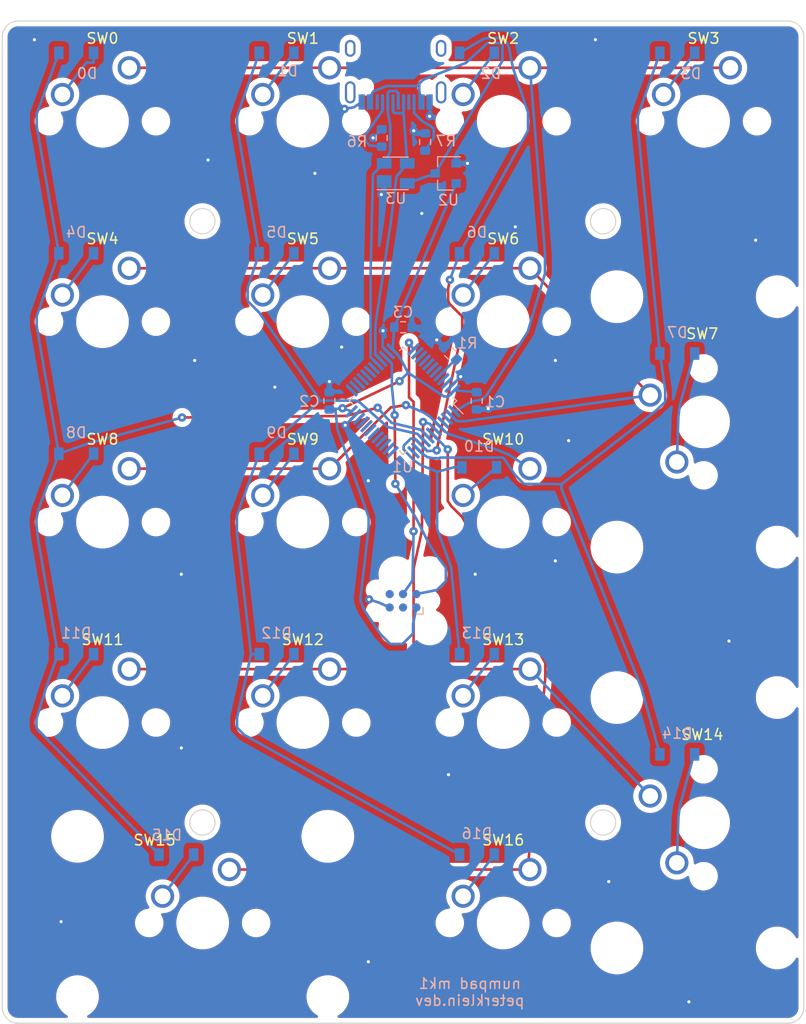
<source format=kicad_pcb>
(kicad_pcb (version 20210126) (generator pcbnew)
  (layers (0 "F.Cu" signal) (31 "B.Cu" signal) (34 "B.Paste" user) (35 "F.Paste" user) (36 "B.SilkS" user "B.Silkscreen") (37 "F.SilkS" user "F.Silkscreen") (38 "B.Mask" user) (39 "F.Mask" user) (44 "Edge.Cuts" user))
  (net 0 "")
  (net 1 "GND")
  (net 2 "io-0")
  (net 3 "io-1")
  (net 4 "io-2")
  (net 5 "io-3")
  (net 6 "io-4")
  (net 7 "io-5")
  (net 8 "io-6")
  (net 9 "io-7")
  (net 10 "io-8")
  (net 11 "io-9")
  (net 12 "io-10")
  (net 13 "io-11")
  (net 14 "io-12")
  (net 15 "io-13")
  (net 16 "io-14")
  (net 17 "io-15")
  (net 18 "io-16")
  (net 19 "io-17")
  (net 20 "switch-diode-0")
  (net 21 "switch-diode-1")
  (net 22 "switch-diode-2")
  (net 23 "switch-diode-3")
  (net 24 "switch-diode-4")
  (net 25 "switch-diode-5")
  (net 26 "switch-diode-6")
  (net 27 "switch-diode-7")
  (net 28 "switch-diode-8")
  (net 29 "switch-diode-9")
  (net 30 "switch-diode-10")
  (net 31 "switch-diode-11")
  (net 32 "switch-diode-12")
  (net 33 "switch-diode-13")
  (net 34 "switch-diode-14")
  (net 35 "switch-diode-15")
  (net 36 "switch-diode-16")
  (net 37 "usb-dp")
  (net 38 "usb-dm")
  (net 39 "usb-vcc")
  (net 40 "usb-cc1")
  (net 41 "usb-cc2")
  (net 42 "vcc")
  (net 43 "boot")
  (net 44 "reset")
  (net 45 "swdio")
  (net 46 "swdclk")
  (footprint "SW_Cherry_MX_PCB" (layer "F.Cu") (at 63.625 63.625)
    (fp_text reference "SW10")
    (fp_text value "SW_Cherry_MX_1.00u_PCB")
  )
  (footprint "SW_Cherry_MX_PCB" (layer "F.Cu") (at 25.525 25.525)
    (fp_text reference "SW0")
    (fp_text value "SW_Cherry_MX_1.00u_PCB")
  )
  (footprint "Stab_Cherry_MX_2.00u_PCB" (layer "F.Cu") (at 35.05 101.725 180)
    (fp_text reference "ST15" hide)
    (fp_text value "SW_Cherry_MX_2.00u_PCB" hide)
  )
  (footprint "SW_Cherry_MX_PCB" (layer "F.Cu") (at 44.575 82.675)
    (fp_text reference "SW12")
    (fp_text value "SW_Cherry_MX_1.00u_PCB")
  )
  (footprint "SW_Cherry_MX_PCB" (layer "F.Cu") (at 44.575 63.625)
    (fp_text reference "SW9")
    (fp_text value "SW_Cherry_MX_1.00u_PCB")
  )
  (footprint "Stab_Cherry_MX_2.00u_PCB" (layer "F.Cu") (at 82.675 92.2 -90)
    (fp_text reference "ST14" hide)
    (fp_text value "SW_Cherry_MX_2.00u_PCB" hide)
  )
  (footprint "SW_Cherry_MX_PCB" (layer "F.Cu") (at 44.575 44.575)
    (fp_text reference "SW5")
    (fp_text value "SW_Cherry_MX_1.00u_PCB")
  )
  (footprint "SW_Cherry_MX_PCB" (layer "F.Cu") (at 25.525 82.675)
    (fp_text reference "SW11")
    (fp_text value "SW_Cherry_MX_1.00u_PCB")
  )
  (footprint "SW_Cherry_MX_PCB" (layer "F.Cu") (at 44.575 25.525)
    (fp_text reference "SW1")
    (fp_text value "SW_Cherry_MX_1.00u_PCB")
  )
  (footprint "SW_Cherry_MX_PCB" (layer "F.Cu") (at 63.625 25.525)
    (fp_text reference "SW2")
    (fp_text value "SW_Cherry_MX_1.00u_PCB")
  )
  (footprint "SW_Cherry_MX_PCB" (layer "F.Cu") (at 63.625 44.575)
    (fp_text reference "SW6")
    (fp_text value "SW_Cherry_MX_1.00u_PCB")
  )
  (footprint "SW_Cherry_MX_PCB" (layer "F.Cu") (at 35.05 101.725)
    (fp_text reference "SW15")
    (fp_text value "SW_Cherry_MX_1.00u_PCB")
  )
  (footprint "SW_Cherry_MX_PCB" (layer "F.Cu") (at 25.525 44.575)
    (fp_text reference "SW4")
    (fp_text value "SW_Cherry_MX_1.00u_PCB")
  )
  (footprint "SW_Cherry_MX_PCB" (layer "F.Cu") (at 63.625 101.725)
    (fp_text reference "SW16")
    (fp_text value "SW_Cherry_MX_1.00u_PCB")
  )
  (footprint "Stab_Cherry_MX_2.00u_PCB" (layer "F.Cu") (at 82.675 54.1 -90)
    (fp_text reference "ST7" hide)
    (fp_text value "SW_Cherry_MX_2.00u_PCB" hide)
  )
  (footprint "SW_Cherry_MX_PCB" (layer "F.Cu") (at 82.675 54.1 90)
    (fp_text reference "SW7")
    (fp_text value "SW_Cherry_MX_1.00u_PCB")
  )
  (footprint "SW_Cherry_MX_PCB" (layer "F.Cu") (at 25.525 63.625)
    (fp_text reference "SW8")
    (fp_text value "SW_Cherry_MX_1.00u_PCB")
  )
  (footprint "SW_Cherry_MX_PCB" (layer "F.Cu") (at 82.675 25.525)
    (fp_text reference "SW3")
    (fp_text value "SW_Cherry_MX_1.00u_PCB")
  )
  (footprint "SW_Cherry_MX_PCB" (layer "F.Cu") (at 63.625 82.675)
    (fp_text reference "SW13")
    (fp_text value "SW_Cherry_MX_1.00u_PCB")
  )
  (footprint "SW_Cherry_MX_PCB" (layer "F.Cu") (at 82.675 92.2 90)
    (fp_text reference "SW14")
    (fp_text value "SW_Cherry_MX_1.00u_PCB")
  )
  (footprint "D_SOD-123" (layer "B.Cu") (at 44.575 63.625 180)
    (fp_text reference "D9")
    (fp_text value "4148")
  )
  (footprint "SOT-23" (layer "B.Cu") (at 58.15 30.48 180)
    (fp_text reference "U2")
    (fp_text value "MCP1700T-3302E/TT" hide)
  )
  (footprint "D_SOD-123" (layer "B.Cu") (at 25.525 63.625 180)
    (fp_text reference "D8")
    (fp_text value "4148")
  )
  (footprint "D_SOD-123" (layer "B.Cu") (at 63.625 101.725 180)
    (fp_text reference "D16")
    (fp_text value "4148")
  )
  (footprint "R_0603_1608Metric" (layer "B.Cu") (at 58.6 47.6 -45)
    (fp_text reference "R1")
    (fp_text value "10 kΩ")
  )
  (footprint "LQFP-48_7x7mm_P0.5mm" (layer "B.Cu") (at 54.1 52.1 135)
    (fp_text reference "U1")
    (fp_text value "STM32F072C8T6")
  )
  (footprint "D_SOD-123" (layer "B.Cu") (at 63.625 25.525 180)
    (fp_text reference "D2")
    (fp_text value "4148")
  )
  (footprint "R_0603_1608Metric" (layer "B.Cu") (at 54.1 45.1 180)
    (fp_text reference "C3")
    (fp_text value "0.1 uF")
  )
  (footprint "D_SOD-123" (layer "B.Cu") (at 44.575 82.675 180)
    (fp_text reference "D12")
    (fp_text value "4148")
  )
  (footprint "D_SOD-123" (layer "B.Cu") (at 25.525 44.575 180)
    (fp_text reference "D4")
    (fp_text value "4148")
  )
  (footprint "HRO-TYPE-C-31-M-12" (layer "B.Cu") (at 53.4 16)
    (fp_text reference "J1" hide)
    (fp_text value "HRO-TYPE-C-31-M-12")
  )
  (footprint "D_SOD-123" (layer "B.Cu") (at 25.525 25.525 180)
    (fp_text reference "D0")
    (fp_text value "4148")
  )
  (footprint "D_SOD-123" (layer "B.Cu") (at 82.675 25.525 180)
    (fp_text reference "D3")
    (fp_text value "4148")
  )
  (footprint "D_SOD-123" (layer "B.Cu") (at 63.625 44.575 180)
    (fp_text reference "D6")
    (fp_text value "4148")
  )
  (footprint "D_SOD-123" (layer "B.Cu") (at 44.575 44.575 180)
    (fp_text reference "D5")
    (fp_text value "4148")
  )
  (footprint "Tag-Connect_TC2030-IDC-FP_2x03_P1.27mm_Vertical" (layer "B.Cu") (at 54.1 71.1 180)
    (fp_text reference "J2" hide)
    (fp_text value "Tag-Connect_TC2030-IDC-FP_2x03_P1.27mm_Vertical" hide)
  )
  (footprint "D_SOD-123" (layer "B.Cu") (at 35.05 101.725 180)
    (fp_text reference "D15")
    (fp_text value "4148")
  )
  (footprint "R_0603_1608Metric" (layer "B.Cu") (at 56.2 27.495 90)
    (fp_text reference "R7")
    (fp_text value "5.1 kΩ")
  )
  (footprint "D_SOD-123" (layer "B.Cu") (at 82.675 92.2 180)
    (fp_text reference "D14")
    (fp_text value "4148")
  )
  (footprint "R_0603_1608Metric" (layer "B.Cu") (at 47.1 52.1 90)
    (fp_text reference "C2")
    (fp_text value "0.1 uF")
  )
  (footprint "D_SOD-123" (layer "B.Cu") (at 44.575 25.525 180)
    (fp_text reference "D1")
    (fp_text value "4148")
  )
  (footprint "D_SOD-123" (layer "B.Cu") (at 25.525 82.675 180)
    (fp_text reference "D11")
    (fp_text value "4148")
  )
  (footprint "D_SOD-123" (layer "B.Cu") (at 63.625 82.675 180)
    (fp_text reference "D13")
    (fp_text value "4148")
  )
  (footprint "R_0603_1608Metric" (layer "B.Cu") (at 61.1 52.1 90)
    (fp_text reference "C1")
    (fp_text value "0.1 uF")
  )
  (footprint "R_0603_1608Metric" (layer "B.Cu") (at 52.07 27.115 90)
    (fp_text reference "R6")
    (fp_text value "5.1 kΩ")
  )
  (footprint "D_SOD-123" (layer "B.Cu") (at 63.84 64.92 180)
    (fp_text reference "D10")
    (fp_text value "4148")
  )
  (footprint "D_SOD-123" (layer "B.Cu") (at 82.675 54.1 180)
    (fp_text reference "D7")
    (fp_text value "4148")
  )
  (footprint "SOT-143" (layer "B.Cu") (at 53.4 30.48)
    (fp_text reference "U3")
    (fp_text value "SR05")
  )
  (gr_line (start 92.099489 16.960157) (end 92.112316 16.994665) (layer "Edge.Cuts") (width 0.1))
  (gr_line (start 16.087683 16.994665) (end 16.10051 16.960157) (layer "Edge.Cuts") (width 0.1))
  (gr_line (start 91.986592 16.728845) (end 92.00513 16.760652) (layer "Edge.Cuts") (width 0.1))
  (gr_line (start 16.128685 16.892138) (end 16.144016 16.858667) (layer "Edge.Cuts") (width 0.1))
  (gr_line (start 91.374416 111.089836) (end 91.341332 111.105983) (layer "Edge.Cuts") (width 0.1))
  (gr_line (start 91.76066 16.439339) (end 91.78637 16.465689) (layer "Edge.Cuts") (width 0.1))
  (gr_line (start 16.036446 17.171348) (end 16.044953 17.135529) (layer "Edge.Cuts") (width 0.1))
  (gr_line (start 16.492661 16.388573) (end 16.52024 16.364186) (layer "Edge.Cuts") (width 0.1))
  (gr_line (start 92.155046 17.135529) (end 92.163553 17.171348) (layer "Edge.Cuts") (width 0.1))
  (gr_line (start 17.064572 16.064589) (end 17.09993 16.054335) (layer "Edge.Cuts") (width 0.1))
  (gr_line (start 16.004064 17.389653) (end 16.007222 17.352974) (layer "Edge.Cuts") (width 0.1))
  (gr_line (start 91.239842 16.10051) (end 91.274025 16.11418) (layer "Edge.Cuts") (width 0.1))
  (gr_line (start 91.622847 16.31748) (end 91.651589 16.340484) (layer "Edge.Cuts") (width 0.1))
  (gr_line (start 16.760652 111.05513) (end 16.728845 111.036592) (layer "Edge.Cuts") (width 0.1))
  (gr_line (start 92.085819 16.925974) (end 92.099489 16.960157) (layer "Edge.Cuts") (width 0.1))
  (gr_line (start 16.666644 110.997204) (end 16.636287 110.976377) (layer "Edge.Cuts") (width 0.1))
  (gr_line (start 16.388573 16.492661) (end 16.413629 16.465689) (layer "Edge.Cuts") (width 0.1))
  (gr_line (start 16.858667 111.105983) (end 16.825583 111.089836) (layer "Edge.Cuts") (width 0.1))
  (gr_line (start 92.188719 109.933616) (end 92.183764 109.970095) (layer "Edge.Cuts") (width 0.1))
  (gr_line (start 91.593548 110.954811) (end 91.563712 110.976377) (layer "Edge.Cuts") (width 0.1))
  (gr_line (start 17.316383 16.01128) (end 17.352974 16.007222) (layer "Edge.Cuts") (width 0.1))
  (gr_line (start 92.198193 109.823601) (end 92.195935 109.860346) (layer "Edge.Cuts") (width 0.1))
  (gr_line (start 91.96728 16.697503) (end 91.986592 16.728845) (layer "Edge.Cuts") (width 0.1))
  (gr_line (start 15.999999 17.5) (end 16.000451 17.463188) (layer "Edge.Cuts") (width 0.1))
  (gr_line (start 91.374416 16.160163) (end 91.407095 16.177118) (layer "Edge.Cuts") (width 0.1))
  (gr_line (start 91.76066 110.81066) (end 91.73431 110.83637) (layer "Edge.Cuts") (width 0.1))
  (gr_circle (center 35.025 92.175) (end 36.225 92.175) (layer "Edge.Cuts") (width 0.1) (fill none))
  (gr_line (start 90.920095 111.233764) (end 90.883616 111.238719) (layer "Edge.Cuts") (width 0.1))
  (gr_line (start 17.135529 16.044953) (end 17.171348 16.036446) (layer "Edge.Cuts") (width 0.1))
  (gr_line (start 91.028651 16.036446) (end 91.06447 16.044953) (layer "Edge.Cuts") (width 0.1))
  (gr_line (start 90.736811 111.249548) (end 90.7 111.25) (layer "Edge.Cuts") (width 0.1))
  (gr_line (start 17.243557 16.022083) (end 17.279904 16.016235) (layer "Edge.Cuts") (width 0.1))
  (gr_line (start 91.96728 110.552496) (end 91.947204 110.583355) (layer "Edge.Cuts") (width 0.1))
  (gr_line (start 16.044953 110.11447) (end 16.036446 110.078651) (layer "Edge.Cuts") (width 0.1))
  (gr_line (start 90.956442 16.022083) (end 90.992635 16.028822) (layer "Edge.Cuts") (width 0.1))
  (gr_line (start 92.183764 109.970095) (end 92.177916 110.006442) (layer "Edge.Cuts") (width 0.1))
  (gr_line (start 92.055983 110.391332) (end 92.039836 110.424416) (layer "Edge.Cuts") (width 0.1))
  (gr_line (start 90.847025 111.242777) (end 90.810346 111.245935) (layer "Edge.Cuts") (width 0.1))
  (gr_line (start 16.295188 110.643548) (end 16.273622 110.613712) (layer "Edge.Cuts") (width 0.1))
  (gr_line (start 16.792904 16.177118) (end 16.825583 16.160163) (layer "Edge.Cuts") (width 0.1))
  (gr_line (start 91.274025 111.135819) (end 91.239842 111.149489) (layer "Edge.Cuts") (width 0.1))
  (gr_line (start 90.883616 16.01128) (end 90.920095 16.016235) (layer "Edge.Cuts") (width 0.1))
  (gr_line (start 91.651589 16.340484) (end 91.679759 16.364186) (layer "Edge.Cuts") (width 0.1))
  (gr_line (start 91.73431 110.83637) (end 91.707338 110.861426) (layer "Edge.Cuts") (width 0.1))
  (gr_line (start 91.341332 16.144016) (end 91.374416 16.160163) (layer "Edge.Cuts") (width 0.1))
  (gr_line (start 16.01128 17.316383) (end 16.016235 17.279904) (layer "Edge.Cuts") (width 0.1))
  (gr_line (start 16.144016 110.391332) (end 16.128685 110.357861) (layer "Edge.Cuts") (width 0.1))
  (gr_line (start 16.340484 110.701589) (end 16.31748 110.672847) (layer "Edge.Cuts") (width 0.1))
  (gr_line (start 16.252795 16.666644) (end 16.273622 16.636287) (layer "Edge.Cuts") (width 0.1))
  (gr_line (start 91.707338 110.861426) (end 91.679759 110.885813) (layer "Edge.Cuts") (width 0.1))
  (gr_line (start 16.52024 16.364186) (end 16.54841 16.340484) (layer "Edge.Cuts") (width 0.1))
  (gr_line (start 92.085819 110.324025) (end 92.071314 110.357861) (layer "Edge.Cuts") (width 0.1))
  (gr_line (start 16.252795 110.583355) (end 16.232719 110.552496) (layer "Edge.Cuts") (width 0.1))
  (gr_line (start 16.232719 110.552496) (end 16.213407 110.521154) (layer "Edge.Cuts") (width 0.1))
  (gr_line (start 16.028822 17.207364) (end 16.036446 17.171348) (layer "Edge.Cuts") (width 0.1))
  (gr_line (start 17.09993 111.195664) (end 17.064572 111.18541) (layer "Edge.Cuts") (width 0.1))
  (gr_line (start 16.858667 16.144016) (end 16.892138 16.128685) (layer "Edge.Cuts") (width 0.1))
  (gr_line (start 16.075707 110.220522) (end 16.064589 110.185427) (layer "Edge.Cuts") (width 0.1))
  (gr_line (start 15.999999 17.5) (end 15.999999 17.5) (layer "Edge.Cuts") (width 0.1))
  (gr_line (start 91.707338 16.388573) (end 91.73431 16.413629) (layer "Edge.Cuts") (width 0.1))
  (gr_line (start 91.679759 110.885813) (end 91.651589 110.909515) (layer "Edge.Cuts") (width 0.1))
  (gr_line (start 91.811426 110.757338) (end 91.78637 110.78431) (layer "Edge.Cuts") (width 0.1))
  (gr_line (start 16.000451 17.463188) (end 16.001806 17.426398) (layer "Edge.Cuts") (width 0.1))
  (gr_line (start 16.697503 111.01728) (end 16.666644 110.997204) (layer "Edge.Cuts") (width 0.1))
  (gr_line (start 91.407095 111.072881) (end 91.374416 111.089836) (layer "Edge.Cuts") (width 0.1))
  (gr_line (start 17.207364 16.028822) (end 17.243557 16.022083) (layer "Edge.Cuts") (width 0.1))
  (gr_line (start 91.859515 110.701589) (end 91.835813 110.729759) (layer "Edge.Cuts") (width 0.1))
  (gr_line (start 92.145664 17.09993) (end 92.155046 17.135529) (layer "Edge.Cuts") (width 0.1))
  (gr_line (start 92.195935 17.389653) (end 92.198193 17.426398) (layer "Edge.Cuts") (width 0.1))
  (gr_line (start 91.563712 16.273622) (end 91.593548 16.295188) (layer "Edge.Cuts") (width 0.1))
  (gr_line (start 17.279904 111.233764) (end 17.243557 111.227916) (layer "Edge.Cuts") (width 0.1))
  (gr_line (start 91.100069 111.195664) (end 91.06447 111.205046) (layer "Edge.Cuts") (width 0.1))
  (gr_line (start 92.199548 17.463188) (end 92.2 17.5) (layer "Edge.Cuts") (width 0.1))
  (gr_line (start 16.364186 110.729759) (end 16.340484 110.701589) (layer "Edge.Cuts") (width 0.1))
  (gr_line (start 16.465689 110.83637) (end 16.439339 110.81066) (layer "Edge.Cuts") (width 0.1))
  (gr_line (start 92.071314 16.892138) (end 92.085819 16.925974) (layer "Edge.Cuts") (width 0.1))
  (gr_line (start 16.31748 110.672847) (end 16.295188 110.643548) (layer "Edge.Cuts") (width 0.1))
  (gr_line (start 16.54841 110.909515) (end 16.52024 110.885813) (layer "Edge.Cuts") (width 0.1))
  (gr_line (start 17.135529 111.205046) (end 17.09993 111.195664) (layer "Edge.Cuts") (width 0.1))
  (gr_line (start 90.810346 16.004064) (end 90.847025 16.007222) (layer "Edge.Cuts") (width 0.1))
  (gr_line (start 91.926377 16.636287) (end 91.947204 16.666644) (layer "Edge.Cuts") (width 0.1))
  (gr_line (start 16.016235 109.970095) (end 16.01128 109.933616) (layer "Edge.Cuts") (width 0.1))
  (gr_line (start 16.160163 16.825583) (end 16.177118 16.792904) (layer "Edge.Cuts") (width 0.1))
  (gr_line (start 91.835813 16.52024) (end 91.859515 16.54841) (layer "Edge.Cuts") (width 0.1))
  (gr_line (start 92.039836 110.424416) (end 92.022881 110.457095) (layer "Edge.Cuts") (width 0.1))
  (gr_line (start 17.426398 111.248193) (end 17.389653 111.245935) (layer "Edge.Cuts") (width 0.1))
  (gr_line (start 91.679759 16.364186) (end 91.707338 16.388573) (layer "Edge.Cuts") (width 0.1))
  (gr_line (start 91.439347 111.05513) (end 91.407095 111.072881) (layer "Edge.Cuts") (width 0.1))
  (gr_line (start 90.7 111.25) (end 17.5 111.25) (layer "Edge.Cuts") (width 0.1))
  (gr_line (start 91.502496 111.01728) (end 91.471154 111.036592) (layer "Edge.Cuts") (width 0.1))
  (gr_line (start 16.004064 109.860346) (end 16.001806 109.823601) (layer "Edge.Cuts") (width 0.1))
  (gr_line (start 91.471154 16.213407) (end 91.502496 16.232719) (layer "Edge.Cuts") (width 0.1))
  (gr_line (start 92.171177 17.207364) (end 92.177916 17.243557) (layer "Edge.Cuts") (width 0.1))
  (gr_line (start 16.10051 110.289842) (end 16.087683 110.255334) (layer "Edge.Cuts") (width 0.1))
  (gr_line (start 92.13541 17.064572) (end 92.145664 17.09993) (layer "Edge.Cuts") (width 0.1))
  (gr_line (start 92.163553 17.171348) (end 92.171177 17.207364) (layer "Edge.Cuts") (width 0.1))
  (gr_line (start 92.055983 16.858667) (end 92.071314 16.892138) (layer "Edge.Cuts") (width 0.1))
  (gr_line (start 90.956442 111.227916) (end 90.920095 111.233764) (layer "Edge.Cuts") (width 0.1))
  (gr_line (start 92.188719 17.316383) (end 92.192777 17.352974) (layer "Edge.Cuts") (width 0.1))
  (gr_line (start 91.502496 16.232719) (end 91.533355 16.252795) (layer "Edge.Cuts") (width 0.1))
  (gr_line (start 16.465689 16.413629) (end 16.492661 16.388573) (layer "Edge.Cuts") (width 0.1))
  (gr_line (start 16.232719 16.697503) (end 16.252795 16.666644) (layer "Edge.Cuts") (width 0.1))
  (gr_line (start 17.279904 16.016235) (end 17.316383 16.01128) (layer "Edge.Cuts") (width 0.1))
  (gr_line (start 16.177118 110.457095) (end 16.160163 110.424416) (layer "Edge.Cuts") (width 0.1))
  (gr_line (start 17.463188 16.000451) (end 17.499999 16) (layer "Edge.Cuts") (width 0.1))
  (gr_line (start 91.307861 16.128685) (end 91.341332 16.144016) (layer "Edge.Cuts") (width 0.1))
  (gr_line (start 92.2 109.75) (end 92.199548 109.786811) (layer "Edge.Cuts") (width 0.1))
  (gr_line (start 17.389653 16.004064) (end 17.426398 16.001806) (layer "Edge.Cuts") (width 0.1))
  (gr_line (start 16.31748 16.577152) (end 16.340484 16.54841) (layer "Edge.Cuts") (width 0.1))
  (gr_line (start 17.171348 16.036446) (end 17.207364 16.028822) (layer "Edge.Cuts") (width 0.1))
  (gr_line (start 92.00513 110.489347) (end 91.986592 110.521154) (layer "Edge.Cuts") (width 0.1))
  (gr_line (start 92.2 17.5) (end 92.2 109.75) (layer "Edge.Cuts") (width 0.1))
  (gr_line (start 91.904811 110.643548) (end 91.882519 110.672847) (layer "Edge.Cuts") (width 0.1))
  (gr_line (start 16.144016 16.858667) (end 16.160163 16.825583) (layer "Edge.Cuts") (width 0.1))
  (gr_line (start 91.028651 111.213553) (end 90.992635 111.221177) (layer "Edge.Cuts") (width 0.1))
  (gr_line (start 16.016235 17.279904) (end 16.022083 17.243557) (layer "Edge.Cuts") (width 0.1))
  (gr_line (start 92.099489 110.289842) (end 92.085819 110.324025) (layer "Edge.Cuts") (width 0.1))
  (gr_circle (center 35.025 35.025) (end 36.225 35.025) (layer "Edge.Cuts") (width 0.1) (fill none))
  (gr_line (start 16.022083 110.006442) (end 16.016235 109.970095) (layer "Edge.Cuts") (width 0.1))
  (gr_line (start 16.01128 109.933616) (end 16.007222 109.897025) (layer "Edge.Cuts") (width 0.1))
  (gr_line (start 91.135427 111.18541) (end 91.100069 111.195664) (layer "Edge.Cuts") (width 0.1))
  (gr_line (start 16.728845 111.036592) (end 16.697503 111.01728) (layer "Edge.Cuts") (width 0.1))
  (gr_line (start 92.071314 110.357861) (end 92.055983 110.391332) (layer "Edge.Cuts") (width 0.1))
  (gr_line (start 17.389653 111.245935) (end 17.352974 111.242777) (layer "Edge.Cuts") (width 0.1))
  (gr_line (start 16.10051 16.960157) (end 16.11418 16.925974) (layer "Edge.Cuts") (width 0.1))
  (gr_line (start 16.064589 110.185427) (end 16.054335 110.150069) (layer "Edge.Cuts") (width 0.1))
  (gr_circle (center 73.125 92.175) (end 74.325 92.175) (layer "Edge.Cuts") (width 0.1) (fill none))
  (gr_line (start 91.533355 16.252795) (end 91.563712 16.273622) (layer "Edge.Cuts") (width 0.1))
  (gr_line (start 92.124292 110.220522) (end 92.112316 110.255334) (layer "Edge.Cuts") (width 0.1))
  (gr_line (start 90.883616 111.238719) (end 90.847025 111.242777) (layer "Edge.Cuts") (width 0.1))
  (gr_line (start 16.044953 17.135529) (end 16.054335 17.09993) (layer "Edge.Cuts") (width 0.1))
  (gr_line (start 92.022881 110.457095) (end 92.00513 110.489347) (layer "Edge.Cuts") (width 0.1))
  (gr_line (start 91.622847 110.932519) (end 91.593548 110.954811) (layer "Edge.Cuts") (width 0.1))
  (gr_line (start 91.882519 110.672847) (end 91.859515 110.701589) (layer "Edge.Cuts") (width 0.1))
  (gr_circle (center 73.125 35.025) (end 74.325 35.025) (layer "Edge.Cuts") (width 0.1) (fill none))
  (gr_line (start 16.054335 110.150069) (end 16.044953 110.11447) (layer "Edge.Cuts") (width 0.1))
  (gr_line (start 17.5 111.25) (end 17.463188 111.249548) (layer "Edge.Cuts") (width 0.1))
  (gr_line (start 91.563712 110.976377) (end 91.533355 110.997204) (layer "Edge.Cuts") (width 0.1))
  (gr_line (start 17.426398 16.001806) (end 17.463188 16.000451) (layer "Edge.Cuts") (width 0.1))
  (gr_line (start 92.183764 17.279904) (end 92.188719 17.316383) (layer "Edge.Cuts") (width 0.1))
  (gr_line (start 91.73431 16.413629) (end 91.76066 16.439339) (layer "Edge.Cuts") (width 0.1))
  (gr_line (start 16.994665 111.162316) (end 16.960157 111.149489) (layer "Edge.Cuts") (width 0.1))
  (gr_line (start 16.413629 16.465689) (end 16.439339 16.439339) (layer "Edge.Cuts") (width 0.1))
  (gr_line (start 16.160163 110.424416) (end 16.144016 110.391332) (layer "Edge.Cuts") (width 0.1))
  (gr_line (start 17.064572 111.18541) (end 17.029477 111.174292) (layer "Edge.Cuts") (width 0.1))
  (gr_line (start 16.007222 17.352974) (end 16.01128 17.316383) (layer "Edge.Cuts") (width 0.1))
  (gr_line (start 16.194869 16.760652) (end 16.213407 16.728845) (layer "Edge.Cuts") (width 0.1))
  (gr_line (start 92.177916 17.243557) (end 92.183764 17.279904) (layer "Edge.Cuts") (width 0.1))
  (gr_line (start 16.52024 110.885813) (end 16.492661 110.861426) (layer "Edge.Cuts") (width 0.1))
  (gr_line (start 16.892138 111.121314) (end 16.858667 111.105983) (layer "Edge.Cuts") (width 0.1))
  (gr_line (start 16.577152 110.932519) (end 16.54841 110.909515) (layer "Edge.Cuts") (width 0.1))
  (gr_line (start 16.177118 16.792904) (end 16.194869 16.760652) (layer "Edge.Cuts") (width 0.1))
  (gr_line (start 16.892138 16.128685) (end 16.925974 16.11418) (layer "Edge.Cuts") (width 0.1))
  (gr_line (start 16.577152 16.31748) (end 16.606451 16.295188) (layer "Edge.Cuts") (width 0.1))
  (gr_line (start 16.11418 110.324025) (end 16.10051 110.289842) (layer "Edge.Cuts") (width 0.1))
  (gr_line (start 16.636287 16.273622) (end 16.666644 16.252795) (layer "Edge.Cuts") (width 0.1))
  (gr_line (start 16.697503 16.232719) (end 16.728845 16.213407) (layer "Edge.Cuts") (width 0.1))
  (gr_line (start 16.825583 111.089836) (end 16.792904 111.072881) (layer "Edge.Cuts") (width 0.1))
  (gr_line (start 92.163553 110.078651) (end 92.155046 110.11447) (layer "Edge.Cuts") (width 0.1))
  (gr_line (start 91.78637 110.78431) (end 91.76066 110.81066) (layer "Edge.Cuts") (width 0.1))
  (gr_line (start 16.606451 110.954811) (end 16.577152 110.932519) (layer "Edge.Cuts") (width 0.1))
  (gr_line (start 17.029477 111.174292) (end 16.994665 111.162316) (layer "Edge.Cuts") (width 0.1))
  (gr_line (start 91.835813 110.729759) (end 91.811426 110.757338) (layer "Edge.Cuts") (width 0.1))
  (gr_line (start 91.341332 111.105983) (end 91.307861 111.121314) (layer "Edge.Cuts") (width 0.1))
  (gr_line (start 16.825583 16.160163) (end 16.858667 16.144016) (layer "Edge.Cuts") (width 0.1))
  (gr_line (start 91.439347 16.194869) (end 91.471154 16.213407) (layer "Edge.Cuts") (width 0.1))
  (gr_line (start 16.388573 110.757338) (end 16.364186 110.729759) (layer "Edge.Cuts") (width 0.1))
  (gr_line (start 91.811426 16.492661) (end 91.835813 16.52024) (layer "Edge.Cuts") (width 0.1))
  (gr_line (start 90.992635 16.028822) (end 91.028651 16.036446) (layer "Edge.Cuts") (width 0.1))
  (gr_line (start 91.926377 110.613712) (end 91.904811 110.643548) (layer "Edge.Cuts") (width 0.1))
  (gr_line (start 90.736811 16.000451) (end 90.773601 16.001806) (layer "Edge.Cuts") (width 0.1))
  (gr_line (start 90.992635 111.221177) (end 90.956442 111.227916) (layer "Edge.Cuts") (width 0.1))
  (gr_line (start 16.925974 16.11418) (end 16.960157 16.10051) (layer "Edge.Cuts") (width 0.1))
  (gr_line (start 16.492661 110.861426) (end 16.465689 110.83637) (layer "Edge.Cuts") (width 0.1))
  (gr_line (start 92.199548 109.786811) (end 92.198193 109.823601) (layer "Edge.Cuts") (width 0.1))
  (gr_line (start 16.364186 16.52024) (end 16.388573 16.492661) (layer "Edge.Cuts") (width 0.1))
  (gr_line (start 91.135427 16.064589) (end 91.170522 16.075707) (layer "Edge.Cuts") (width 0.1))
  (gr_line (start 91.307861 111.121314) (end 91.274025 111.135819) (layer "Edge.Cuts") (width 0.1))
  (gr_line (start 92.192777 17.352974) (end 92.195935 17.389653) (layer "Edge.Cuts") (width 0.1))
  (gr_line (start 90.810346 111.245935) (end 90.773601 111.248193) (layer "Edge.Cuts") (width 0.1))
  (gr_line (start 92.145664 110.150069) (end 92.13541 110.185427) (layer "Edge.Cuts") (width 0.1))
  (gr_line (start 16.273622 16.636287) (end 16.295188 16.606451) (layer "Edge.Cuts") (width 0.1))
  (gr_line (start 92.195935 109.860346) (end 92.192777 109.897025) (layer "Edge.Cuts") (width 0.1))
  (gr_line (start 16.792904 111.072881) (end 16.760652 111.05513) (layer "Edge.Cuts") (width 0.1))
  (gr_line (start 16.54841 16.340484) (end 16.577152 16.31748) (layer "Edge.Cuts") (width 0.1))
  (gr_line (start 16.007222 109.897025) (end 16.004064 109.860346) (layer "Edge.Cuts") (width 0.1))
  (gr_line (start 91.471154 111.036592) (end 91.439347 111.05513) (layer "Edge.Cuts") (width 0.1))
  (gr_line (start 17.499999 16) (end 90.7 16) (layer "Edge.Cuts") (width 0.1))
  (gr_line (start 17.09993 16.054335) (end 17.135529 16.044953) (layer "Edge.Cuts") (width 0.1))
  (gr_line (start 16.760652 16.194869) (end 16.792904 16.177118) (layer "Edge.Cuts") (width 0.1))
  (gr_line (start 16.960157 16.10051) (end 16.994665 16.087683) (layer "Edge.Cuts") (width 0.1))
  (gr_line (start 16.606451 16.295188) (end 16.636287 16.273622) (layer "Edge.Cuts") (width 0.1))
  (gr_line (start 92.177916 110.006442) (end 92.171177 110.042635) (layer "Edge.Cuts") (width 0.1))
  (gr_line (start 92.022881 16.792904) (end 92.039836 16.825583) (layer "Edge.Cuts") (width 0.1))
  (gr_line (start 91.170522 16.075707) (end 91.205334 16.087683) (layer "Edge.Cuts") (width 0.1))
  (gr_line (start 16.128685 110.357861) (end 16.11418 110.324025) (layer "Edge.Cuts") (width 0.1))
  (gr_line (start 16.213407 110.521154) (end 16.194869 110.489347) (layer "Edge.Cuts") (width 0.1))
  (gr_line (start 91.274025 16.11418) (end 91.307861 16.128685) (layer "Edge.Cuts") (width 0.1))
  (gr_line (start 91.593548 16.295188) (end 91.622847 16.31748) (layer "Edge.Cuts") (width 0.1))
  (gr_line (start 91.100069 16.054335) (end 91.135427 16.064589) (layer "Edge.Cuts") (width 0.1))
  (gr_line (start 16.11418 16.925974) (end 16.128685 16.892138) (layer "Edge.Cuts") (width 0.1))
  (gr_line (start 16.194869 110.489347) (end 16.177118 110.457095) (layer "Edge.Cuts") (width 0.1))
  (gr_line (start 91.205334 111.162316) (end 91.170522 111.174292) (layer "Edge.Cuts") (width 0.1))
  (gr_line (start 92.039836 16.825583) (end 92.055983 16.858667) (layer "Edge.Cuts") (width 0.1))
  (gr_line (start 15.999999 109.75) (end 15.999999 17.5) (layer "Edge.Cuts") (width 0.1))
  (gr_line (start 92.155046 110.11447) (end 92.145664 110.150069) (layer "Edge.Cuts") (width 0.1))
  (gr_line (start 17.171348 111.213553) (end 17.135529 111.205046) (layer "Edge.Cuts") (width 0.1))
  (gr_line (start 17.352974 111.242777) (end 17.316383 111.238719) (layer "Edge.Cuts") (width 0.1))
  (gr_line (start 92.171177 110.042635) (end 92.163553 110.078651) (layer "Edge.Cuts") (width 0.1))
  (gr_line (start 16.340484 16.54841) (end 16.364186 16.52024) (layer "Edge.Cuts") (width 0.1))
  (gr_line (start 16.925974 111.135819) (end 16.892138 111.121314) (layer "Edge.Cuts") (width 0.1))
  (gr_line (start 91.06447 111.205046) (end 91.028651 111.213553) (layer "Edge.Cuts") (width 0.1))
  (gr_line (start 17.463188 111.249548) (end 17.426398 111.248193) (layer "Edge.Cuts") (width 0.1))
  (gr_line (start 91.205334 16.087683) (end 91.239842 16.10051) (layer "Edge.Cuts") (width 0.1))
  (gr_line (start 92.192777 109.897025) (end 92.188719 109.933616) (layer "Edge.Cuts") (width 0.1))
  (gr_line (start 16.064589 17.064572) (end 16.075707 17.029477) (layer "Edge.Cuts") (width 0.1))
  (gr_line (start 91.06447 16.044953) (end 91.100069 16.054335) (layer "Edge.Cuts") (width 0.1))
  (gr_line (start 16.636287 110.976377) (end 16.606451 110.954811) (layer "Edge.Cuts") (width 0.1))
  (gr_line (start 91.986592 110.521154) (end 91.96728 110.552496) (layer "Edge.Cuts") (width 0.1))
  (gr_line (start 16.213407 16.728845) (end 16.232719 16.697503) (layer "Edge.Cuts") (width 0.1))
  (gr_line (start 91.170522 111.174292) (end 91.135427 111.18541) (layer "Edge.Cuts") (width 0.1))
  (gr_line (start 16.728845 16.213407) (end 16.760652 16.194869) (layer "Edge.Cuts") (width 0.1))
  (gr_line (start 91.859515 16.54841) (end 91.882519 16.577152) (layer "Edge.Cuts") (width 0.1))
  (gr_line (start 92.198193 17.426398) (end 92.199548 17.463188) (layer "Edge.Cuts") (width 0.1))
  (gr_line (start 90.7 16) (end 90.736811 16.000451) (layer "Edge.Cuts") (width 0.1))
  (gr_line (start 16.001806 109.823601) (end 16.000451 109.786811) (layer "Edge.Cuts") (width 0.1))
  (gr_line (start 16.028822 110.042635) (end 16.022083 110.006442) (layer "Edge.Cuts") (width 0.1))
  (gr_line (start 91.78637 16.465689) (end 91.811426 16.492661) (layer "Edge.Cuts") (width 0.1))
  (gr_line (start 16.413629 110.78431) (end 16.388573 110.757338) (layer "Edge.Cuts") (width 0.1))
  (gr_line (start 90.773601 16.001806) (end 90.810346 16.004064) (layer "Edge.Cuts") (width 0.1))
  (gr_line (start 16.666644 16.252795) (end 16.697503 16.232719) (layer "Edge.Cuts") (width 0.1))
  (gr_line (start 17.207364 111.221177) (end 17.171348 111.213553) (layer "Edge.Cuts") (width 0.1))
  (gr_line (start 90.920095 16.016235) (end 90.956442 16.022083) (layer "Edge.Cuts") (width 0.1))
  (gr_line (start 91.651589 110.909515) (end 91.622847 110.932519) (layer "Edge.Cuts") (width 0.1))
  (gr_line (start 92.00513 16.760652) (end 92.022881 16.792904) (layer "Edge.Cuts") (width 0.1))
  (gr_line (start 16.075707 17.029477) (end 16.087683 16.994665) (layer "Edge.Cuts") (width 0.1))
  (gr_line (start 92.124292 17.029477) (end 92.13541 17.064572) (layer "Edge.Cuts") (width 0.1))
  (gr_line (start 16.001806 17.426398) (end 16.004064 17.389653) (layer "Edge.Cuts") (width 0.1))
  (gr_line (start 16.273622 110.613712) (end 16.252795 110.583355) (layer "Edge.Cuts") (width 0.1))
  (gr_line (start 16.295188 16.606451) (end 16.31748 16.577152) (layer "Edge.Cuts") (width 0.1))
  (gr_line (start 16.000451 109.786811) (end 15.999999 109.75) (layer "Edge.Cuts") (width 0.1))
  (gr_line (start 91.533355 110.997204) (end 91.502496 111.01728) (layer "Edge.Cuts") (width 0.1))
  (gr_line (start 17.029477 16.075707) (end 17.064572 16.064589) (layer "Edge.Cuts") (width 0.1))
  (gr_line (start 90.847025 16.007222) (end 90.883616 16.01128) (layer "Edge.Cuts") (width 0.1))
  (gr_line (start 92.112316 16.994665) (end 92.124292 17.029477) (layer "Edge.Cuts") (width 0.1))
  (gr_line (start 17.352974 16.007222) (end 17.389653 16.004064) (layer "Edge.Cuts") (width 0.1))
  (gr_line (start 16.022083 17.243557) (end 16.028822 17.207364) (layer "Edge.Cuts") (width 0.1))
  (gr_line (start 91.239842 111.149489) (end 91.205334 111.162316) (layer "Edge.Cuts") (width 0.1))
  (gr_line (start 16.054335 17.09993) (end 16.064589 17.064572) (layer "Edge.Cuts") (width 0.1))
  (gr_line (start 16.439339 110.81066) (end 16.413629 110.78431) (layer "Edge.Cuts") (width 0.1))
  (gr_line (start 91.947204 110.583355) (end 91.926377 110.613712) (layer "Edge.Cuts") (width 0.1))
  (gr_line (start 16.036446 110.078651) (end 16.028822 110.042635) (layer "Edge.Cuts") (width 0.1))
  (gr_line (start 91.882519 16.577152) (end 91.904811 16.606451) (layer "Edge.Cuts") (width 0.1))
  (gr_line (start 90.773601 111.248193) (end 90.736811 111.249548) (layer "Edge.Cuts") (width 0.1))
  (gr_line (start 91.947204 16.666644) (end 91.96728 16.697503) (layer "Edge.Cuts") (width 0.1))
  (gr_line (start 17.316383 111.238719) (end 17.279904 111.233764) (layer "Edge.Cuts") (width 0.1))
  (gr_line (start 92.112316 110.255334) (end 92.099489 110.289842) (layer "Edge.Cuts") (width 0.1))
  (gr_line (start 16.994665 16.087683) (end 17.029477 16.075707) (layer "Edge.Cuts") (width 0.1))
  (gr_line (start 17.243557 111.227916) (end 17.207364 111.221177) (layer "Edge.Cuts") (width 0.1))
  (gr_line (start 91.904811 16.606451) (end 91.926377 16.636287) (layer "Edge.Cuts") (width 0.1))
  (gr_line (start 92.13541 110.185427) (end 92.124292 110.220522) (layer "Edge.Cuts") (width 0.1))
  (gr_line (start 16.087683 110.255334) (end 16.075707 110.220522) (layer "Edge.Cuts") (width 0.1))
  (gr_line (start 16.439339 16.439339) (end 16.465689 16.413629) (layer "Edge.Cuts") (width 0.1))
  (gr_line (start 91.407095 16.177118) (end 91.439347 16.194869) (layer "Edge.Cuts") (width 0.1))
  (gr_line (start 16.960157 111.149489) (end 16.925974 111.135819) (layer "Edge.Cuts") (width 0.1))
  (gr_text "numpad mk1\npeterklein.dev" (at 60.45032 108.287708) (layer "B.SilkS") (effects (font (size 1 1)) (justify mirror)))
  (via (at 34.29 48.26) (size 0.8) (layers "F.Cu" "B.Cu") (net 1))
  (via (at 19.05 17.78) (size 0.8) (layers "F.Cu" "B.Cu") (net 1))
  (via (at 21.59 101.6) (size 0.8) (layers "F.Cu" "B.Cu") (net 1))
  (via (at 56.625 25.0565) (size 0.8) (layers "F.Cu" "B.Cu") (net 1))
  (via (at 73.66 97.79) (size 0.8) (layers "F.Cu" "B.Cu") (net 1))
  (via (at 52.1953 45.4319) (size 0.8) (layers "F.Cu" "B.Cu") (net 1))
  (via (at 68.58 48.26) (size 0.8) (layers "F.Cu" "B.Cu") (net 1))
  (via (at 52.0366 32.4905) (size 0.8) (layers "F.Cu" "B.Cu") (net 1))
  (via (at 48.26 46.99) (size 0.8) (layers "F.Cu" "B.Cu") (net 1))
  (via (at 50.8 59.69) (size 0.8) (layers "F.Cu" "B.Cu") (net 1))
  (via (at 60.96 68.58) (size 0.8) (layers "F.Cu" "B.Cu") (net 1))
  (via (at 48.6008 54.4172) (size 0.8) (layers "F.Cu" "B.Cu") (net 1))
  (via (at 45.72 30.48) (size 0.8) (layers "F.Cu" "B.Cu") (net 1))
  (via (at 51.251 27.109) (size 0.8) (layers "F.Cu" "B.Cu") (net 1))
  (via (at 48.5311 24.3496) (size 0.8) (layers "F.Cu" "B.Cu") (net 1))
  (via (at 50.8615 70.9703) (size 0.8) (layers "F.Cu" "B.Cu") (net 1))
  (via (at 62.201 52.8456) (size 0.8) (layers "F.Cu" "B.Cu") (net 1))
  (via (at 85.09 74.93) (size 0.8) (layers "F.Cu" "B.Cu") (net 1))
  (via (at 58.42 87.63) (size 0.8) (layers "F.Cu" "B.Cu") (net 1))
  (via (at 60.2261 29.53) (size 0.8) (layers "F.Cu" "B.Cu") (net 1))
  (via (at 81.28 109.22) (size 0.8) (layers "F.Cu" "B.Cu") (net 1))
  (via (at 50.8 105.41) (size 0.8) (layers "F.Cu" "B.Cu") (net 1))
  (via (at 69.85 55.88) (size 0.8) (layers "F.Cu" "B.Cu") (net 1))
  (via (at 55.1159 26.4288) (size 0.8) (layers "F.Cu" "B.Cu") (net 1))
  (via (at 33.02 85.09) (size 0.8) (layers "F.Cu" "B.Cu") (net 1))
  (via (at 35.56 29.21) (size 0.8) (layers "F.Cu" "B.Cu") (net 1))
  (via (at 68.58 67.31) (size 0.8) (layers "F.Cu" "B.Cu") (net 1))
  (via (at 72.39 17.78) (size 0.8) (layers "F.Cu" "B.Cu") (net 1))
  (via (at 41.91 50.8) (size 0.8) (layers "F.Cu" "B.Cu") (net 1))
  (via (at 64.77 35.56) (size 0.8) (layers "F.Cu" "B.Cu") (net 1))
  (via (at 59.583 49.799) (size 0.8) (layers "F.Cu" "B.Cu") (net 1))
  (via (at 87.63 36.83) (size 0.8) (layers "F.Cu" "B.Cu") (net 1))
  (via (at 57.3085 46.3085) (size 0.8) (layers "F.Cu" "B.Cu") (net 1))
  (via (at 33.02 68.58) (size 0.8) (layers "F.Cu" "B.Cu") (net 1))
  (via (at 47.1 50.2661) (size 0.8) (layers "F.Cu" "B.Cu") (net 1))
  (via (at 55.88 34.29) (size 0.8) (layers "F.Cu" "B.Cu") (net 1))
  (segment (start 62.201 52.8456) (end 61.1 52.925) (width 0.25) (layer "B.Cu") (net 1))
  (segment (start 49.4206 24.1991) (end 48.5311 24.3496) (width 0.25) (layer "B.Cu") (net 1))
  (segment (start 52.156 46.974) (end 52.7477 47.5657) (width 0.25) (layer "B.Cu") (net 1))
  (segment (start 52.3 31.25) (end 52.0366 32.4905) (width 0.25) (layer "B.Cu") (net 1))
  (segment (start 59.15 29.53) (end 60.2261 29.53) (width 0.25) (layer "B.Cu") (net 1))
  (segment (start 57.3085 46.3085) (end 54.925 45.1) (width 0.25) (layer "B.Cu") (net 1))
  (segment (start 59.583 49.799) (end 58.6343 50.7477) (width 0.25) (layer "B.Cu") (net 1))
  (segment (start 52.1953 45.4319) (end 52.156 46.974) (width 0.25) (layer "B.Cu") (net 1))
  (segment (start 52.07 26.29) (end 51.251 27.109) (width 0.25) (layer "B.Cu") (net 1))
  (segment (start 47.1 50.2661) (end 47.1 51.275) (width 0.25) (layer "B.Cu") (net 1))
  (segment (start 55.1159 26.4288) (end 56.2 26.67) (width 0.25) (layer "B.Cu") (net 1))
  (segment (start 58.0166 47.0166) (end 57.3085 46.3085) (width 0.25) (layer "B.Cu") (net 1))
  (segment (start 51.816 71.2764) (end 52.83 71.735) (width 0.25) (layer "B.Cu") (net 1))
  (segment (start 50.8615 70.9703) (end 51.816 71.2764) (width 0.25) (layer "B.Cu") (net 1))
  (segment (start 48.6008 54.4172) (end 49.5657 53.4523) (width 0.25) (layer "B.Cu") (net 1))
  (segment (start 50.175 23.695) (end 49.4206 24.1991) (width 0.25) (layer "B.Cu") (net 1))
  (segment (start 56.625 25.0565) (end 56.625 23.695) (width 0.25) (layer "B.Cu") (net 1))
  (segment (start 85.215 20.445) (end 66.165 20.445) (width 0.25) (layer "F.Cu") (net 2))
  (segment (start 47.115 20.445) (end 28.065 20.445) (width 0.25) (layer "F.Cu") (net 2))
  (segment (start 66.165 20.445) (end 47.115 20.445) (width 0.25) (layer "F.Cu") (net 2))
  (segment (start 61.6216 51.987) (end 62.0541 51.5545) (width 0.25) (layer "B.Cu") (net 2))
  (segment (start 58.9879 53.0988) (end 60.3321 52.3226) (width 0.25) (layer "B.Cu") (net 2))
  (segment (start 60.3321 52.3226) (end 60.8696 52.1) (width 0.25) (layer "B.Cu") (net 2))
  (segment (start 60.8696 52.1) (end 61.6216 51.987) (width 0.25) (layer "B.Cu") (net 2))
  (segment (start 62.0541 51.5545) (end 65.9641 45.5242) (width 0.25) (layer "B.Cu") (net 2))
  (segment (start 65.9641 45.5242) (end 67.599 39.9974) (width 0.25) (layer "B.Cu") (net 2))
  (segment (start 67.599 39.9974) (end 67.599 38.1336) (width 0.25) (layer "B.Cu") (net 2))
  (segment (start 67.599 38.1336) (end 66.165 20.445) (width 0.25) (layer "B.Cu") (net 2))
  (segment (start 66.165 39.495) (end 77.595 51.56) (width 0.25) (layer "F.Cu") (net 3))
  (segment (start 47.115 39.495) (end 28.065 39.495) (width 0.25) (layer "F.Cu") (net 3))
  (segment (start 47.115 39.495) (end 66.165 39.495) (width 0.25) (layer "F.Cu") (net 3))
  (segment (start 77.595 51.56) (end 59.9604 54.0348) (width 0.25) (layer "B.Cu") (net 3))
  (segment (start 59.2168 54.0348) (end 58.6343 53.4523) (width 0.25) (layer "B.Cu") (net 3))
  (segment (start 59.9604 54.0348) (end 59.2168 54.0348) (width 0.25) (layer "B.Cu") (net 3))
  (segment (start 54.3774 52.5052) (end 52.9387 52.7213) (width 0.25) (layer "F.Cu") (net 4))
  (segment (start 28.065 58.545) (end 47.115 58.545) (width 0.25) (layer "F.Cu") (net 4))
  (segment (start 52.9387 52.7213) (end 47.115 58.545) (width 0.25) (layer "F.Cu") (net 4))
  (via (at 54.3774 52.5052) (size 0.8) (layers "F.Cu" "B.Cu") (net 4))
  (segment (start 66.165 58.545) (end 64.2029 57.2337) (width 0.25) (layer "B.Cu") (net 4))
  (segment (start 56.698 53.6373) (end 57.5737 54.513) (width 0.25) (layer "B.Cu") (net 4))
  (segment (start 58.4587 55.2488) (end 58.0707 55.01) (width 0.25) (layer "B.Cu") (net 4))
  (segment (start 56.0252 53.1877) (end 56.698 53.6373) (width 0.25) (layer "B.Cu") (net 4))
  (segment (start 54.3774 52.5052) (end 56.0252 53.1877) (width 0.25) (layer "B.Cu") (net 4))
  (segment (start 63.0847 56.7706) (end 58.4587 55.2488) (width 0.25) (layer "B.Cu") (net 4))
  (segment (start 58.0707 55.01) (end 57.5737 54.513) (width 0.25) (layer "B.Cu") (net 4))
  (segment (start 64.2029 57.2337) (end 63.0847 56.7706) (width 0.25) (layer "B.Cu") (net 4))
  (segment (start 55.8908 64.4641) (end 56.01 54.1094) (width 0.25) (layer "F.Cu") (net 5))
  (segment (start 55.1049 77.595) (end 55.1049 68.0279) (width 0.25) (layer "F.Cu") (net 5))
  (segment (start 55.1049 77.595) (end 47.115 77.595) (width 0.25) (layer "F.Cu") (net 5))
  (segment (start 66.165 77.595) (end 55.1049 77.595) (width 0.25) (layer "F.Cu") (net 5))
  (segment (start 55.1049 68.0279) (end 55.8908 64.4641) (width 0.25) (layer "F.Cu") (net 5))
  (segment (start 47.115 77.595) (end 28.065 77.595) (width 0.25) (layer "F.Cu") (net 5))
  (via (at 56.01 54.1094) (size 0.8) (layers "F.Cu" "B.Cu") (net 5))
  (segment (start 57.2201 54.8666) (end 56.6341 54.2806) (width 0.25) (layer "B.Cu") (net 5))
  (segment (start 66.165 77.595) (end 77.595 89.66) (width 0.25) (layer "B.Cu") (net 5))
  (segment (start 56.6341 54.2806) (end 56.01 54.1094) (width 0.25) (layer "B.Cu") (net 5))
  (segment (start 37.59 96.645) (end 65.9504 96.645) (width 0.25) (layer "F.Cu") (net 6))
  (segment (start 65.9522 96.6254) (end 66.165 96.645) (width 0.25) (layer "F.Cu") (net 6))
  (segment (start 59.7006 63.1184) (end 58.6716 62.0894) (width 0.25) (layer "F.Cu") (net 6))
  (segment (start 65.9522 96.6254) (end 67.6293 78.3975) (width 0.25) (layer "F.Cu") (net 6))
  (segment (start 67.6293 77.0192) (end 59.7006 63.1184) (width 0.25) (layer "F.Cu") (net 6))
  (segment (start 58.6716 62.0894) (end 58.3535 61.6134) (width 0.25) (layer "F.Cu") (net 6))
  (segment (start 65.9504 96.645) (end 65.9522 96.6254) (width 0.25) (layer "F.Cu") (net 6))
  (segment (start 67.6293 78.3975) (end 67.6293 77.0192) (width 0.25) (layer "F.Cu") (net 6))
  (segment (start 58.3535 61.6134) (end 58.3535 56.7159) (width 0.25) (layer "F.Cu") (net 6))
  (via (at 58.3535 56.7159) (size 0.8) (layers "F.Cu" "B.Cu") (net 6))
  (segment (start 56.8666 55.2201) (end 58.3535 56.7159) (width 0.25) (layer "B.Cu") (net 6))
  (segment (start 48.661 53.5368) (end 51.689 52.7531) (width 0.25) (layer "F.Cu") (net 7))
  (segment (start 33.09 53.682) (end 48.661 53.5368) (width 0.25) (layer "F.Cu") (net 7))
  (via (at 51.689 52.7531) (size 0.8) (layers "F.Cu" "B.Cu") (net 7))
  (via (at 33.09 53.682) (size 0.8) (layers "F.Cu" "B.Cu") (net 7))
  (segment (start 19.3778 65.1272) (end 19.2369 63.7602) (width 0.25) (layer "B.Cu") (net 7))
  (segment (start 21.2877 76.1751) (end 20.1636 79.3544) (width 0.25) (layer "B.Cu") (net 7))
  (segment (start 19.2689 25.9861) (end 19.2689 24.8423) (width 0.25) (layer "B.Cu") (net 7))
  (segment (start 53.0135 54.1877) (end 52.5015 53.6757) (width 0.25) (layer "B.Cu") (net 7))
  (segment (start 21.3746 38.0766) (end 19.2689 44.0369) (width 0.25) (layer "B.Cu") (net 7))
  (segment (start 19.2689 44.0369) (end 19.2689 44.9946) (width 0.25) (layer "B.Cu") (net 7))
  (segment (start 21.2878 76.175) (end 21.375 76.175) (width 0.25) (layer "B.Cu") (net 7))
  (segment (start 21.2878 76.175) (end 21.2877 76.1751) (width 0.25) (layer "B.Cu") (net 7))
  (segment (start 21.2878 76.175) (end 21.2877 76.1749) (width 0.25) (layer "B.Cu") (net 7))
  (segment (start 19.421 62.4622) (end 21.3749 57.1252) (width 0.25) (layer "B.Cu") (net 7))
  (segment (start 19.2689 44.9946) (end 21.3749 57.1249) (width 0.25) (layer "B.Cu") (net 7))
  (segment (start 21.2877 76.1749) (end 19.3778 65.1272) (width 0.25) (layer "B.Cu") (net 7))
  (segment (start 21.375 38.075) (end 21.3746 38.0766) (width 0.25) (layer "B.Cu") (net 7))
  (segment (start 19.2453 63.3062) (end 19.421 62.4622) (width 0.25) (layer "B.Cu") (net 7))
  (segment (start 21.375 57.125) (end 24.2607 56.1249) (width 0.25) (layer "B.Cu") (net 7))
  (segment (start 56.513 55.5737) (end 55.7905 54.8512) (width 0.25) (layer "B.Cu") (net 7))
  (segment (start 19.2483 82.3159) (end 19.2382 82.9363) (width 0.25) (layer "B.Cu") (net 7))
  (segment (start 19.2689 24.8423) (end 21.375 19.025) (width 0.25) (layer "B.Cu") (net 7))
  (segment (start 19.2369 63.7602) (end 19.2453 63.3062) (width 0.25) (layer "B.Cu") (net 7))
  (segment (start 19.2838 83.2477) (end 30.9 95.225) (width 0.25) (layer "B.Cu") (net 7))
  (segment (start 21.3749 57.1252) (end 21.375 57.125) (width 0.25) (layer "B.Cu") (net 7))
  (segment (start 19.2382 82.9363) (end 19.2838 83.2477) (width 0.25) (layer "B.Cu") (net 7))
  (segment (start 52.5015 53.6757) (end 51.689 52.7531) (width 0.25) (layer "B.Cu") (net 7))
  (segment (start 24.2607 56.1249) (end 33.09 53.682) (width 0.25) (layer "B.Cu") (net 7))
  (segment (start 21.3749 57.1249) (end 21.375 57.125) (width 0.25) (layer "B.Cu") (net 7))
  (segment (start 21.3749 38.0749) (end 19.2689 25.9861) (width 0.25) (layer "B.Cu") (net 7))
  (segment (start 21.375 38.075) (end 21.3749 38.0749) (width 0.25) (layer "B.Cu") (net 7))
  (segment (start 20.1636 79.3544) (end 19.2483 82.3159) (width 0.25) (layer "B.Cu") (net 7))
  (segment (start 55.7905 54.8512) (end 53.0135 54.1877) (width 0.25) (layer "B.Cu") (net 7))
  (segment (start 38.3197 82.1885) (end 38.3197 83.1618) (width 0.25) (layer "B.Cu") (net 8))
  (segment (start 39.6497 76.175) (end 38.3032 64.6108) (width 0.25) (layer "B.Cu") (net 8))
  (segment (start 39.0081 83.8502) (end 59.475 95.225) (width 0.25) (layer "B.Cu") (net 8))
  (segment (start 56.1594 55.9272) (end 55.4721 55.2399) (width 0.25) (layer "B.Cu") (net 8))
  (segment (start 38.3197 26.0118) (end 40.425 38.075) (width 0.25) (layer "B.Cu") (net 8))
  (segment (start 49.574 52.0784) (end 46.2469 52.0784) (width 0.25) (layer "B.Cu") (net 8))
  (segment (start 55.4721 55.2399) (end 52.6284 54.5884) (width 0.25) (layer "B.Cu") (net 8))
  (segment (start 38.3032 64.6108) (end 38.3032 63.0108) (width 0.25) (layer "B.Cu") (net 8))
  (segment (start 52.6284 54.5884) (end 49.9796 52.2464) (width 0.25) (layer "B.Cu") (net 8))
  (segment (start 40.425 19.025) (end 38.3197 25.0385) (width 0.25) (layer "B.Cu") (net 8))
  (segment (start 39.3262 42.612) (end 39.3262 41.3614) (width 0.25) (layer "B.Cu") (net 8))
  (segment (start 40.425 76.175) (end 39.6497 76.175) (width 0.25) (layer "B.Cu") (net 8))
  (segment (start 40.4227 43.7085) (end 39.3262 42.612) (width 0.25) (layer "B.Cu") (net 8))
  (segment (start 38.3197 83.1618) (end 39.0081 83.8502) (width 0.25) (layer "B.Cu") (net 8))
  (segment (start 39.6497 76.175) (end 38.3197 82.1885) (width 0.25) (layer "B.Cu") (net 8))
  (segment (start 38.3032 63.0108) (end 40.425 57.125) (width 0.25) (layer "B.Cu") (net 8))
  (segment (start 46.2469 52.0784) (end 40.4227 43.7085) (width 0.25) (layer "B.Cu") (net 8))
  (segment (start 39.3262 41.3614) (end 40.425 38.075) (width 0.25) (layer "B.Cu") (net 8))
  (segment (start 38.3197 25.0385) (end 38.3197 26.0118) (width 0.25) (layer "B.Cu") (net 8))
  (segment (start 49.9796 52.2464) (end 49.574 52.0784) (width 0.25) (layer "B.Cu") (net 8))
  (segment (start 40.425 57.125) (end 46.2469 52.0784) (width 0.25) (layer "B.Cu") (net 8))
  (segment (start 59.7314 45.2888) (end 59.7314 44.0881) (width 0.25) (layer "F.Cu") (net 9))
  (segment (start 57.3031 56.805) (end 59.7314 45.2888) (width 0.25) (layer "F.Cu") (net 9))
  (segment (start 58.3896 42.5833) (end 58.3896 41.4422) (width 0.25) (layer "F.Cu") (net 9))
  (segment (start 58.3896 41.4422) (end 58.5592 40.5902) (width 0.25) (layer "F.Cu") (net 9))
  (segment (start 59.7314 44.0881) (end 58.5048 42.8615) (width 0.25) (layer "F.Cu") (net 9))
  (segment (start 58.5048 42.8615) (end 58.3896 42.5833) (width 0.25) (layer "F.Cu") (net 9))
  (via (at 57.3031 56.805) (size 0.8) (layers "F.Cu" "B.Cu") (net 9))
  (via (at 58.5592 40.5902) (size 0.8) (layers "F.Cu" "B.Cu") (net 9))
  (segment (start 54.8266 55.6934) (end 54.2106 56.3094) (width 0.25) (layer "B.Cu") (net 9))
  (segment (start 54.1552 56.4432) (end 54.1552 56.7098) (width 0.25) (layer "B.Cu") (net 9))
  (segment (start 55.8081 58.2105) (end 57.3403 58.8451) (width 0.25) (layer "B.Cu") (net 9))
  (segment (start 64.5523 20.4545) (end 64.1707 18.5372) (width 0.25) (layer "B.Cu") (net 9))
  (segment (start 62.1026 17.6118) (end 61.7207 17.7151) (width 0.25) (layer "B.Cu") (net 9))
  (segment (start 63.9642 18.0387) (end 63.5373 17.6118) (width 0.25) (layer "B.Cu") (net 9))
  (segment (start 54.1552 56.7098) (end 55.1138 57.7465) (width 0.25) (layer "B.Cu") (net 9))
  (segment (start 55.1138 57.7465) (end 55.8081 58.2105) (width 0.25) (layer "B.Cu") (net 9))
  (segment (start 55.2185 55.6934) (end 54.8266 55.6934) (width 0.25) (layer "B.Cu") (net 9))
  (segment (start 58.6744 67.9245) (end 57.3403 64.2685) (width 0.25) (layer "B.Cu") (net 9))
  (segment (start 61.7207 17.7151) (end 59.475 19.025) (width 0.25) (layer "B.Cu") (net 9))
  (segment (start 58.9147 58.42) (end 59.69 58.42) (width 0.25) (layer "B.Cu") (net 9))
  (segment (start 57.3031 56.805) (end 56.405 56.8799) (width 0.25) (layer "B.Cu") (net 9))
  (segment (start 56.405 56.8799) (end 55.8059 56.2808) (width 0.25) (layer "B.Cu") (net 9))
  (segment (start 57.3403 58.8451) (end 58.9147 58.42) (width 0.25) (layer "B.Cu") (net 9))
  (segment (start 64.1707 18.5372) (end 63.9642 18.0387) (width 0.25) (layer "B.Cu") (net 9))
  (segment (start 65.9867 24.6786) (end 64.5523 20.4545) (width 0.25) (layer "B.Cu") (net 9))
  (segment (start 57.3403 64.2685) (end 57.3403 58.8451) (width 0.25) (layer "B.Cu") (net 9))
  (segment (start 55.8059 56.2808) (end 55.2185 55.6934) (width 0.25) (layer "B.Cu") (net 9))
  (segment (start 59.475 76.175) (end 58.6744 67.9245) (width 0.25) (layer "B.Cu") (net 9))
  (segment (start 63.5373 17.6118) (end 62.1026 17.6118) (width 0.25) (layer "B.Cu") (net 9))
  (segment (start 58.5592 40.5902) (end 59.475 38.075) (width 0.25) (layer "B.Cu") (net 9))
  (segment (start 59.475 38.075) (end 65.9867 26.4196) (width 0.25) (layer "B.Cu") (net 9))
  (segment (start 54.2106 56.3094) (end 54.1552 56.4432) (width 0.25) (layer "B.Cu") (net 9))
  (segment (start 65.9867 26.4196) (end 65.9867 24.6786) (width 0.25) (layer "B.Cu") (net 9))
  (segment (start 78.525 19.025) (end 76.4197 25.0382) (width 0.25) (layer "B.Cu") (net 10))
  (segment (start 76.4197 25.0382) (end 76.4197 26.0118) (width 0.25) (layer "B.Cu") (net 10))
  (segment (start 64.7443 59.1418) (end 65.6015 59.999) (width 0.25) (layer "B.Cu") (net 10))
  (segment (start 69.1518 60.4284) (end 76.7539 79.3469) (width 0.25) (layer "B.Cu") (net 10))
  (segment (start 69.1518 60.3444) (end 69.1518 60.4284) (width 0.25) (layer "B.Cu") (net 10))
  (segment (start 57.5787 57.5552) (end 57.6392 57.4947) (width 0.25) (layer "B.Cu") (net 10))
  (segment (start 69.1638 60.0252) (end 78.0996 53.0718) (width 0.25) (layer "B.Cu") (net 10))
  (segment (start 56.9518 57.5552) (end 57.5787 57.5552) (width 0.25) (layer "B.Cu") (net 10))
  (segment (start 65.6015 59.999) (end 68.4651 59.999) (width 0.25) (layer "B.Cu") (net 10))
  (segment (start 79.0261 51.0426) (end 78.525 47.6) (width 0.25) (layer "B.Cu") (net 10))
  (segment (start 78.0996 53.0718) (end 79.0261 52.1958) (width 0.25) (layer "B.Cu") (net 10))
  (segment (start 56.4181 57.449) (end 56.9518 57.5552) (width 0.25) (layer "B.Cu") (net 10))
  (segment (start 55.4523 56.6343) (end 55.9624 57.1444) (width 0.25) (layer "B.Cu") (net 10))
  (segment (start 57.6392 57.4947) (end 63.5951 57.4947) (width 0.25) (layer "B.Cu") (net 10))
  (segment (start 63.5951 57.4947) (end 63.7411 57.6407) (width 0.25) (layer "B.Cu") (net 10))
  (segment (start 63.7411 57.6407) (end 64.7443 59.1418) (width 0.25) (layer "B.Cu") (net 10))
  (segment (start 79.0261 52.1958) (end 79.0261 51.0426) (width 0.25) (layer "B.Cu") (net 10))
  (segment (start 69.1638 60.0252) (end 69.1518 60.3444) (width 0.25) (layer "B.Cu") (net 10))
  (segment (start 55.9624 57.1444) (end 56.4181 57.449) (width 0.25) (layer "B.Cu") (net 10))
  (segment (start 76.4197 26.0118) (end 78.525 47.6) (width 0.25) (layer "B.Cu") (net 10))
  (segment (start 76.7539 79.3469) (end 78.525 85.7) (width 0.25) (layer "B.Cu") (net 10))
  (segment (start 68.4651 59.999) (end 69.1638 60.0252) (width 0.25) (layer "B.Cu") (net 10))
  (segment (start 24.675 19.9503) (end 23.9834 19.9503) (width 0.25) (layer "B.Cu") (net 20))
  (segment (start 24.675 19.025) (end 24.675 19.9503) (width 0.25) (layer "B.Cu") (net 20))
  (segment (start 23.9834 19.9503) (end 21.715 22.985) (width 0.25) (layer "B.Cu") (net 20))
  (segment (start 43.725 19.025) (end 40.765 22.985) (width 0.25) (layer "B.Cu") (net 21))
  (segment (start 62.775 19.025) (end 59.815 22.985) (width 0.25) (layer "B.Cu") (net 22))
  (segment (start 81.825 19.025) (end 78.865 22.985) (width 0.25) (layer "B.Cu") (net 23))
  (segment (start 24.675 38.075) (end 21.715 42.035) (width 0.25) (layer "B.Cu") (net 24))
  (segment (start 43.725 38.075) (end 40.765 42.035) (width 0.25) (layer "B.Cu") (net 25))
  (segment (start 62.775 38.075) (end 59.815 42.035) (width 0.25) (layer "B.Cu") (net 26))
  (segment (start 81.7193 47.7775) (end 80.4268 52.4704) (width 0.25) (layer "B.Cu") (net 27))
  (segment (start 81.825 47.6) (end 81.7193 47.7775) (width 0.25) (layer "B.Cu") (net 27))
  (segment (start 80.4268 52.4704) (end 80.2809 53.5475) (width 0.25) (layer "B.Cu") (net 27))
  (segment (start 80.2809 53.5475) (end 80.135 57.91) (width 0.25) (layer "B.Cu") (net 27))
  (segment (start 24.675 57.125) (end 21.715 61.085) (width 0.25) (layer "B.Cu") (net 28))
  (segment (start 40.765 61.085) (end 43.725 57.125) (width 0.25) (layer "B.Cu") (net 29))
  (segment (start 62.99 58.42) (end 59.815 61.085) (width 0.25) (layer "B.Cu") (net 30))
  (segment (start 24.675 76.175) (end 21.715 80.135) (width 0.25) (layer "B.Cu") (net 31))
  (segment (start 43.725 76.175) (end 40.765 80.135) (width 0.25) (layer "B.Cu") (net 32))
  (segment (start 62.775 76.175) (end 59.815 80.135) (width 0.25) (layer "B.Cu") (net 33))
  (segment (start 80.4268 90.5704) (end 80.2809 91.6475) (width 0.25) (layer "B.Cu") (net 34))
  (segment (start 81.7193 85.8775) (end 80.4268 90.5704) (width 0.25) (layer "B.Cu") (net 34))
  (segment (start 80.2809 91.6475) (end 80.135 96.01) (width 0.25) (layer "B.Cu") (net 34))
  (segment (start 81.825 85.7) (end 81.7193 85.8775) (width 0.25) (layer "B.Cu") (net 34))
  (segment (start 31.24 99.185) (end 34.2 95.225) (width 0.25) (layer "B.Cu") (net 35))
  (segment (start 62.775 95.225) (end 59.815 99.185) (width 0.25) (layer "B.Cu") (net 36))
  (segment (start 52.9281 35.2208) (end 53.4631 30.9236) (width 0.25) (layer "B.Cu") (net 37))
  (segment (start 53.4631 30.9236) (end 53.494 30.7684) (width 0.25) (layer "B.Cu") (net 37))
  (segment (start 54.5 29.53) (end 54.15 24.7453) (width 0.25) (layer "B.Cu") (net 37))
  (segment (start 54.15 24.7453) (end 53.275 24.7453) (width 0.25) (layer "B.Cu") (net 37))
  (segment (start 51.4699 44.8684) (end 52.9281 35.2208) (width 0.25) (layer "B.Cu") (net 37))
  (segment (start 54.15 23.695) (end 54.15 24.7453) (width 0.25) (layer "B.Cu") (net 37))
  (segment (start 52.0406 48.2728) (end 51.4699 47.7021) (width 0.25) (layer "B.Cu") (net 37))
  (segment (start 53.275 24.7453) (end 53.15 24.6203) (width 0.25) (layer "B.Cu") (net 37))
  (segment (start 53.15 24.6203) (end 53.15 23.695) (width 0.25) (layer "B.Cu") (net 37))
  (segment (start 53.494 30.7684) (end 54.5 29.53) (width 0.25) (layer "B.Cu") (net 37))
  (segment (start 51.4699 47.7021) (end 51.4699 44.8684) (width 0.25) (layer "B.Cu") (net 37))
  (segment (start 52.3 29.53) (end 51.4652 30.3247) (width 0.25) (layer "B.Cu") (net 38))
  (segment (start 51.4652 30.3247) (end 51.2418 30.5481) (width 0.25) (layer "B.Cu") (net 38))
  (segment (start 51.2418 30.5481) (end 51.0181 39.676) (width 0.25) (layer "B.Cu") (net 38))
  (segment (start 52.65 24.685) (end 52.65 23.695) (width 0.25) (layer "B.Cu") (net 38))
  (segment (start 51.0181 39.676) (end 51.0181 47.9574) (width 0.25) (layer "B.Cu") (net 38))
  (segment (start 52.8551 22.6447) (end 52.65 22.8498) (width 0.25) (layer "B.Cu") (net 38))
  (segment (start 51.0181 47.9574) (end 51.687 48.6263) (width 0.25) (layer "B.Cu") (net 38))
  (segment (start 52.3 29.53) (end 52.8834 28.4131) (width 0.25) (layer "B.Cu") (net 38))
  (segment (start 52.8834 25.8574) (end 52.65 24.685) (width 0.25) (layer "B.Cu") (net 38))
  (segment (start 52.8834 28.4131) (end 52.8834 25.8574) (width 0.25) (layer "B.Cu") (net 38))
  (segment (start 52.65 22.8498) (end 52.65 23.695) (width 0.25) (layer "B.Cu") (net 38))
  (segment (start 53.4413 22.6447) (end 52.8551 22.6447) (width 0.25) (layer "B.Cu") (net 38))
  (segment (start 53.65 22.8534) (end 53.4413 22.6447) (width 0.25) (layer "B.Cu") (net 38))
  (segment (start 53.65 23.695) (end 53.65 22.8534) (width 0.25) (layer "B.Cu") (net 38))
  (segment (start 62.1288 18.0996) (end 60.0707 19.9817) (width 0.25) (layer "B.Cu") (net 39))
  (segment (start 55.6395 21.9561) (end 55.6395 22.1785) (width 0.25) (layer "B.Cu") (net 39))
  (segment (start 51.1792 22.849) (end 50.95 23.695) (width 0.25) (layer "B.Cu") (net 39))
  (segment (start 55.6395 22.6376) (end 55.85 23.695) (width 0.25) (layer "B.Cu") (net 39))
  (segment (start 54.5 31.43) (end 57.15 30.48) (width 0.25) (layer "B.Cu") (net 39))
  (segment (start 57.15 30.48) (end 63.5504 19.7841) (width 0.25) (layer "B.Cu") (net 39))
  (segment (start 56.0125 21.5831) (end 55.6395 21.9561) (width 0.25) (layer "B.Cu") (net 39))
  (segment (start 63.5504 18.2679) (end 63.3821 18.0996) (width 0.25) (layer "B.Cu") (net 39))
  (segment (start 63.5504 19.7841) (end 63.5504 18.2679) (width 0.25) (layer "B.Cu") (net 39))
  (segment (start 51.2647 22.7031) (end 51.1792 22.849) (width 0.25) (layer "B.Cu") (net 39))
  (segment (start 52.5313 22.1785) (end 51.2647 22.7031) (width 0.25) (layer "B.Cu") (net 39))
  (segment (start 55.6395 22.1785) (end 55.6395 22.6376) (width 0.25) (layer "B.Cu") (net 39))
  (segment (start 60.0707 19.9817) (end 56.0125 21.5831) (width 0.25) (layer "B.Cu") (net 39))
  (segment (start 55.6395 22.1785) (end 52.5313 22.1785) (width 0.25) (layer "B.Cu") (net 39))
  (segment (start 63.3821 18.0996) (end 62.1288 18.0996) (width 0.25) (layer "B.Cu") (net 39))
  (segment (start 52.07 27.94) (end 50.9482 27.836) (width 0.25) (layer "B.Cu") (net 40))
  (segment (start 52.15 24.5049) (end 52.15 23.695) (width 0.25) (layer "B.Cu") (net 40))
  (segment (start 50.9482 27.836) (end 50.5213 27.4091) (width 0.25) (layer "B.Cu") (net 40))
  (segment (start 50.5213 27.4091) (end 50.5213 26.8373) (width 0.25) (layer "B.Cu") (net 40))
  (segment (start 50.5213 26.8373) (end 52.15 24.5049) (width 0.25) (layer "B.Cu") (net 40))
  (segment (start 55.15 24.7453) (end 55.15 23.695) (width 0.25) (layer "B.Cu") (net 41))
  (segment (start 57.02 26.2665) (end 56.6972 25.9437) (width 0.25) (layer "B.Cu") (net 41))
  (segment (start 56.6972 25.9437) (end 56.3994 25.8204) (width 0.25) (layer "B.Cu") (net 41))
  (segment (start 55.8739 25.4692) (end 55.15 24.7453) (width 0.25) (layer "B.Cu") (net 41))
  (segment (start 56.3994 25.8204) (end 55.8739 25.4692) (width 0.25) (layer "B.Cu") (net 41))
  (segment (start 57.02 27.0652) (end 57.02 26.2665) (width 0.25) (layer "B.Cu") (net 41))
  (segment (start 56.2 28.32) (end 57.02 27.0652) (width 0.25) (layer "B.Cu") (net 41))
  (segment (start 53.7645 50.2354) (end 48.3464 52.8037) (width 0.25) (layer "F.Cu") (net 42))
  (via (at 48.3464 52.8037) (size 0.8) (layers "F.Cu" "B.Cu") (net 42))
  (via (at 53.7645 50.2354) (size 0.8) (layers "F.Cu" "B.Cu") (net 42))
  (segment (start 55.37 71.735) (end 55.0525 73.33) (width 0.25) (layer "B.Cu") (net 42))
  (segment (start 48.3464 52.8037) (end 49.2121 53.0988) (width 0.25) (layer "B.Cu") (net 42))
  (segment (start 53.1012 47.2121) (end 53.275 45.1) (width 0.25) (layer "B.Cu") (net 42))
  (segment (start 47.6676 52.8731) (end 47.1607 52.925) (width 0.25) (layer "B.Cu") (net 42))
  (segment (start 50.1063 71.2333) (end 50.0588 70.8096) (width 0.25) (layer "B.Cu") (net 42))
  (segment (start 53.5776 47.6885) (end 53.9293 48.2148) (width 0.25) (layer "B.Cu") (net 42))
  (segment (start 61.1 51.275) (end 58.9879 51.1012) (width 0.25) (layer "B.Cu") (net 42))
  (segment (start 58.0112 51.687) (end 54.5757 49.4242) (width 0.25) (layer "B.Cu") (net 42))
  (segment (start 51.9179 74.2395) (end 50.428 72.0101) (width 0.25) (layer "B.Cu") (net 42))
  (segment (start 55.0525 73.33) (end 55.0525 74.2104) (width 0.25) (layer "B.Cu") (net 42))
  (segment (start 54.5757 49.4242) (end 53.7645 50.2354) (width 0.25) (layer "B.Cu") (net 42))
  (segment (start 47.865 54.8011) (end 47.6676 52.8731) (width 0.25) (layer "B.Cu") (net 42))
  (segment (start 50.0588 70.8096) (end 50.8303 64.1115) (width 0.25) (layer "B.Cu") (net 42))
  (segment (start 55.0525 74.2104) (end 54.056 75.2069) (width 0.25) (layer "B.Cu") (net 42))
  (segment (start 50.428 72.0101) (end 50.1063 71.2333) (width 0.25) (layer "B.Cu") (net 42))
  (segment (start 53.1012 47.2121) (end 53.5776 47.6885) (width 0.25) (layer "B.Cu") (net 42))
  (segment (start 50.8303 63.1381) (end 47.865 54.8011) (width 0.25) (layer "B.Cu") (net 42))
  (segment (start 50.8303 64.1115) (end 50.8303 63.1381) (width 0.25) (layer "B.Cu") (net 42))
  (segment (start 47.1607 52.925) (end 47.1 52.925) (width 0.25) (layer "B.Cu") (net 42))
  (segment (start 47.6677 52.8731) (end 47.6676 52.8731) (width 0.25) (layer "B.Cu") (net 42))
  (segment (start 53.9293 48.2148) (end 54.5757 49.4242) (width 0.25) (layer "B.Cu") (net 42))
  (segment (start 54.056 75.2069) (end 52.8853 75.2069) (width 0.25) (layer "B.Cu") (net 42))
  (segment (start 58.4021 51.687) (end 58.0112 51.687) (width 0.25) (layer "B.Cu") (net 42))
  (segment (start 48.3464 52.8037) (end 47.6677 52.8731) (width 0.25) (layer "B.Cu") (net 42))
  (segment (start 59.15 31.43) (end 53.275 45.1) (width 0.25) (layer "B.Cu") (net 42))
  (segment (start 52.8853 75.2069) (end 51.9179 74.2395) (width 0.25) (layer "B.Cu") (net 42))
  (segment (start 58.9879 51.1012) (end 58.4021 51.687) (width 0.25) (layer "B.Cu") (net 42))
  (segment (start 59.0773 48.1834) (end 57.5737 49.687) (width 0.25) (layer "B.Cu") (net 43))
  (segment (start 59.1834 48.1834) (end 59.0773 48.1834) (width 0.25) (layer "B.Cu") (net 43))
  (segment (start 53.374 59.9834) (end 53.304 53.4525) (width 0.25) (layer "F.Cu") (net 45))
  (via (at 53.374 59.9834) (size 0.8) (layers "F.Cu" "B.Cu") (net 45))
  (via (at 53.304 53.4525) (size 0.8) (layers "F.Cu" "B.Cu") (net 45))
  (segment (start 58.1707 67.9511) (end 57.1852 66.6689) (width 0.25) (layer "B.Cu") (net 45))
  (segment (start 55.4071 63.3743) (end 53.374 59.9834) (width 0.25) (layer "B.Cu") (net 45))
  (segment (start 53.0392 50.7624) (end 53.304 53.4525) (width 0.25) (layer "B.Cu") (net 45))
  (segment (start 55.37 70.465) (end 57.335 70.0732) (width 0.25) (layer "B.Cu") (net 45))
  (segment (start 58.1707 69.2375) (end 58.1707 67.9511) (width 0.25) (layer "B.Cu") (net 45))
  (segment (start 52.3941 47.9192) (end 53.0392 48.5643) (width 0.25) (layer "B.Cu") (net 45))
  (segment (start 57.1852 66.6689) (end 56.6146 65.7628) (width 0.25) (layer "B.Cu") (net 45))
  (segment (start 56.6146 65.7628) (end 55.4071 63.3743) (width 0.25) (layer "B.Cu") (net 45))
  (segment (start 57.335 70.0732) (end 58.1707 69.2375) (width 0.25) (layer "B.Cu") (net 45))
  (segment (start 53.0392 48.5643) (end 53.0392 50.7624) (width 0.25) (layer "B.Cu") (net 45))
  (segment (start 54.669 51.771) (end 54.6689 51.771) (width 0.25) (layer "F.Cu") (net 46))
  (segment (start 54.6689 51.771) (end 54.6689 46.5774) (width 0.25) (layer "F.Cu") (net 46))
  (segment (start 55.1027 52.2047) (end 54.669 51.771) (width 0.25) (layer "F.Cu") (net 46))
  (segment (start 55.1027 64.4959) (end 55.1027 52.2047) (width 0.25) (layer "F.Cu") (net 46))
  (via (at 55.1027 64.4959) (size 0.8) (layers "F.Cu" "B.Cu") (net 46))
  (via (at 54.6689 46.5774) (size 0.8) (layers "F.Cu" "B.Cu") (net 46))
  (segment (start 54.9993 69.18) (end 55.1027 64.4959) (width 0.25) (layer "B.Cu") (net 46))
  (segment (start 54.1 70.465) (end 54.9993 69.18) (width 0.25) (layer "B.Cu") (net 46))
  (segment (start 55.0988 47.2121) (end 54.6689 46.5774) (width 0.25) (layer "B.Cu") (net 46))
  (zone (net 1) (net_name "GND") (layers F&B.Cu) (connect_pads (clearance 0.508)) (min_thickness 0.254) (fill yes (thermal_gap 0.508) (thermal_bridge_width 0.508))
    (polygon (pts (xy 15.999999 17.5) (xy 16.000451 17.463188) (xy 16.001806 17.426398) (xy 16.004064 17.389653) (xy 16.007222 17.352974) (xy 16.01128 17.316383) (xy 16.016235 17.279904) (xy 16.022083 17.243557) (xy 16.028822 17.207364) (xy 16.036446 17.171348) (xy 16.044953 17.135529) (xy 16.054335 17.09993) (xy 16.064589 17.064572) (xy 16.075707 17.029477) (xy 16.087683 16.994665) (xy 16.10051 16.960157) (xy 16.11418 16.925974) (xy 16.128685 16.892138) (xy 16.144016 16.858667) (xy 16.160163 16.825583) (xy 16.177118 16.792904) (xy 16.194869 16.760652) (xy 16.213407 16.728845) (xy 16.232719 16.697503) (xy 16.252795 16.666644) (xy 16.273622 16.636287) (xy 16.295188 16.606451) (xy 16.31748 16.577152) (xy 16.340484 16.54841) (xy 16.364186 16.52024) (xy 16.388573 16.492661) (xy 16.413629 16.465689) (xy 16.439339 16.439339) (xy 16.465689 16.413629) (xy 16.492661 16.388573) (xy 16.52024 16.364186) (xy 16.54841 16.340484) (xy 16.577152 16.31748) (xy 16.606451 16.295188) (xy 16.636287 16.273622) (xy 16.666644 16.252795) (xy 16.697503 16.232719) (xy 16.728845 16.213407) (xy 16.760652 16.194869) (xy 16.792904 16.177118) (xy 16.825583 16.160163) (xy 16.858667 16.144016) (xy 16.892138 16.128685) (xy 16.925974 16.11418) (xy 16.960157 16.10051) (xy 16.994665 16.087683) (xy 17.029477 16.075707) (xy 17.064572 16.064589) (xy 17.09993 16.054335) (xy 17.135529 16.044953) (xy 17.171348 16.036446) (xy 17.207364 16.028822) (xy 17.243557 16.022083) (xy 17.279904 16.016235) (xy 17.316383 16.01128) (xy 17.352974 16.007222) (xy 17.389653 16.004064) (xy 17.426398 16.001806) (xy 17.463188 16.000451) (xy 17.499999 16) (xy 90.7 16) (xy 90.736811 16.000451) (xy 90.773601 16.001806) (xy 90.810346 16.004064) (xy 90.847025 16.007222) (xy 90.883616 16.01128) (xy 90.920095 16.016235) (xy 90.956442 16.022083) (xy 90.992635 16.028822) (xy 91.028651 16.036446) (xy 91.06447 16.044953) (xy 91.100069 16.054335) (xy 91.135427 16.064589) (xy 91.170522 16.075707) (xy 91.205334 16.087683) (xy 91.239842 16.10051) (xy 91.274025 16.11418) (xy 91.307861 16.128685) (xy 91.341332 16.144016) (xy 91.374416 16.160163) (xy 91.407095 16.177118) (xy 91.439347 16.194869) (xy 91.471154 16.213407) (xy 91.502496 16.232719) (xy 91.533355 16.252795) (xy 91.563712 16.273622) (xy 91.593548 16.295188) (xy 91.622847 16.31748) (xy 91.651589 16.340484) (xy 91.679759 16.364186) (xy 91.707338 16.388573) (xy 91.73431 16.413629) (xy 91.76066 16.439339) (xy 91.78637 16.465689) (xy 91.811426 16.492661) (xy 91.835813 16.52024) (xy 91.859515 16.54841) (xy 91.882519 16.577152) (xy 91.904811 16.606451) (xy 91.926377 16.636287) (xy 91.947204 16.666644) (xy 91.96728 16.697503) (xy 91.986592 16.728845) (xy 92.00513 16.760652) (xy 92.022881 16.792904) (xy 92.039836 16.825583) (xy 92.055983 16.858667) (xy 92.071314 16.892138) (xy 92.085819 16.925974) (xy 92.099489 16.960157) (xy 92.112316 16.994665) (xy 92.124292 17.029477) (xy 92.13541 17.064572) (xy 92.145664 17.09993) (xy 92.155046 17.135529) (xy 92.163553 17.171348) (xy 92.171177 17.207364) (xy 92.177916 17.243557) (xy 92.183764 17.279904) (xy 92.188719 17.316383) (xy 92.192777 17.352974) (xy 92.195935 17.389653) (xy 92.198193 17.426398) (xy 92.199548 17.463188) (xy 92.2 17.5) (xy 92.2 109.75) (xy 92.199548 109.786811) (xy 92.198193 109.823601) (xy 92.195935 109.860346) (xy 92.192777 109.897025) (xy 92.188719 109.933616) (xy 92.183764 109.970095) (xy 92.177916 110.006442) (xy 92.171177 110.042635) (xy 92.163553 110.078651) (xy 92.155046 110.11447) (xy 92.145664 110.150069) (xy 92.13541 110.185427) (xy 92.124292 110.220522) (xy 92.112316 110.255334) (xy 92.099489 110.289842) (xy 92.085819 110.324025) (xy 92.071314 110.357861) (xy 92.055983 110.391332) (xy 92.039836 110.424416) (xy 92.022881 110.457095) (xy 92.00513 110.489347) (xy 91.986592 110.521154) (xy 91.96728 110.552496) (xy 91.947204 110.583355) (xy 91.926377 110.613712) (xy 91.904811 110.643548) (xy 91.882519 110.672847) (xy 91.859515 110.701589) (xy 91.835813 110.729759) (xy 91.811426 110.757338) (xy 91.78637 110.78431) (xy 91.76066 110.81066) (xy 91.73431 110.83637) (xy 91.707338 110.861426) (xy 91.679759 110.885813) (xy 91.651589 110.909515) (xy 91.622847 110.932519) (xy 91.593548 110.954811) (xy 91.563712 110.976377) (xy 91.533355 110.997204) (xy 91.502496 111.01728) (xy 91.471154 111.036592) (xy 91.439347 111.05513) (xy 91.407095 111.072881) (xy 91.374416 111.089836) (xy 91.341332 111.105983) (xy 91.307861 111.121314) (xy 91.274025 111.135819) (xy 91.239842 111.149489) (xy 91.205334 111.162316) (xy 91.170522 111.174292) (xy 91.135427 111.18541) (xy 91.100069 111.195664) (xy 91.06447 111.205046) (xy 91.028651 111.213553) (xy 90.992635 111.221177) (xy 90.956442 111.227916) (xy 90.920095 111.233764) (xy 90.883616 111.238719) (xy 90.847025 111.242777) (xy 90.810346 111.245935) (xy 90.773601 111.248193) (xy 90.736811 111.249548) (xy 90.7 111.25) (xy 17.5 111.25) (xy 17.463188 111.249548) (xy 17.426398 111.248193) (xy 17.389653 111.245935) (xy 17.352974 111.242777) (xy 17.316383 111.238719) (xy 17.279904 111.233764) (xy 17.243557 111.227916) (xy 17.207364 111.221177) (xy 17.171348 111.213553) (xy 17.135529 111.205046) (xy 17.09993 111.195664) (xy 17.064572 111.18541) (xy 17.029477 111.174292) (xy 16.994665 111.162316) (xy 16.960157 111.149489) (xy 16.925974 111.135819) (xy 16.892138 111.121314) (xy 16.858667 111.105983) (xy 16.825583 111.089836) (xy 16.792904 111.072881) (xy 16.760652 111.05513) (xy 16.728845 111.036592) (xy 16.697503 111.01728) (xy 16.666644 110.997204) (xy 16.636287 110.976377) (xy 16.606451 110.954811) (xy 16.577152 110.932519) (xy 16.54841 110.909515) (xy 16.52024 110.885813) (xy 16.492661 110.861426) (xy 16.465689 110.83637) (xy 16.439339 110.81066) (xy 16.413629 110.78431) (xy 16.388573 110.757338) (xy 16.364186 110.729759) (xy 16.340484 110.701589) (xy 16.31748 110.672847) (xy 16.295188 110.643548) (xy 16.273622 110.613712) (xy 16.252795 110.583355) (xy 16.232719 110.552496) (xy 16.213407 110.521154) (xy 16.194869 110.489347) (xy 16.177118 110.457095) (xy 16.160163 110.424416) (xy 16.144016 110.391332) (xy 16.128685 110.357861) (xy 16.11418 110.324025) (xy 16.10051 110.289842) (xy 16.087683 110.255334) (xy 16.075707 110.220522) (xy 16.064589 110.185427) (xy 16.054335 110.150069) (xy 16.044953 110.11447) (xy 16.036446 110.078651) (xy 16.028822 110.042635) (xy 16.022083 110.006442) (xy 16.016235 109.970095) (xy 16.01128 109.933616) (xy 16.007222 109.897025) (xy 16.004064 109.860346) (xy 16.001806 109.823601) (xy 16.000451 109.786811) (xy 15.999999 109.75) (xy 15.999999 17.5)))
  )
)
</source>
